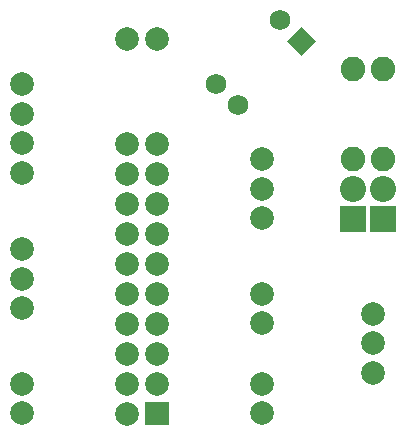
<source format=gts>
G04 Layer: TopSolderMaskLayer*
G04 EasyEDA v6.2.46, 2019-10-16T13:26:15+01:00*
G04 ae079d8acce342fb8db977bfef0d72cc,7d8c45e2f626414c9c496ba5291ef857,10*
G04 Gerber Generator version 0.2*
G04 Scale: 100 percent, Rotated: No, Reflected: No *
G04 Dimensions in millimeters *
G04 leading zeros omitted , absolute positions ,3 integer and 3 decimal *
%FSLAX33Y33*%
%MOMM*%
G90*
G71D02*

%ADD24C,1.727200*%
%ADD25C,2.082800*%
%ADD26C,2.003196*%
%ADD29C,2.203196*%

%LPD*%
G36*
G01X32166Y37700D02*
G01X30944Y38921D01*
G01X32166Y40143D01*
G01X33388Y38921D01*
G01X32166Y37700D01*
G37*
G54D24*
G01X30371Y40718D03*
G01X24982Y35329D03*
G01X26778Y33533D03*
G54D25*
G01X39116Y28998D03*
G01X39116Y36618D03*
G01X36576Y28998D03*
G01X36576Y36618D03*
G54D26*
G01X38227Y10876D03*
G01X38227Y13378D03*
G01X38227Y15877D03*
G01X28829Y23957D03*
G01X28829Y26459D03*
G01X28829Y28958D03*
G36*
G01X18938Y6407D02*
G01X18938Y8408D01*
G01X20939Y8408D01*
G01X20939Y6407D01*
G01X18938Y6407D01*
G37*
G01X17399Y7408D03*
G01X19939Y9948D03*
G01X17399Y9948D03*
G01X19939Y12488D03*
G01X17399Y12488D03*
G01X19939Y15028D03*
G01X17399Y15028D03*
G01X19939Y17568D03*
G01X17399Y17568D03*
G01X19939Y20108D03*
G01X17399Y20108D03*
G01X19939Y22648D03*
G01X17399Y22648D03*
G01X19939Y25188D03*
G01X17399Y25188D03*
G01X19939Y27728D03*
G01X17399Y27728D03*
G01X19939Y30268D03*
G01X17399Y30268D03*
G01X17418Y39158D03*
G01X19919Y39158D03*
G36*
G01X38013Y22815D02*
G01X38013Y25020D01*
G01X40218Y25020D01*
G01X40218Y22815D01*
G01X38013Y22815D01*
G37*
G54D29*
G01X39116Y26458D03*
G36*
G01X35473Y22815D02*
G01X35473Y25020D01*
G01X37678Y25020D01*
G01X37678Y22815D01*
G01X35473Y22815D01*
G37*
G01X36576Y26458D03*
G54D26*
G01X8510Y16337D03*
G01X8510Y18839D03*
G01X8510Y21338D03*
G01X28830Y9928D03*
G01X28830Y7427D03*
G01X28830Y17548D03*
G01X28830Y15047D03*
G01X8510Y7427D03*
G01X8510Y9928D03*
G01X8510Y27787D03*
G01X8510Y30289D03*
G01X8510Y32788D03*
G01X8510Y35288D03*
M00*
M02*

</source>
